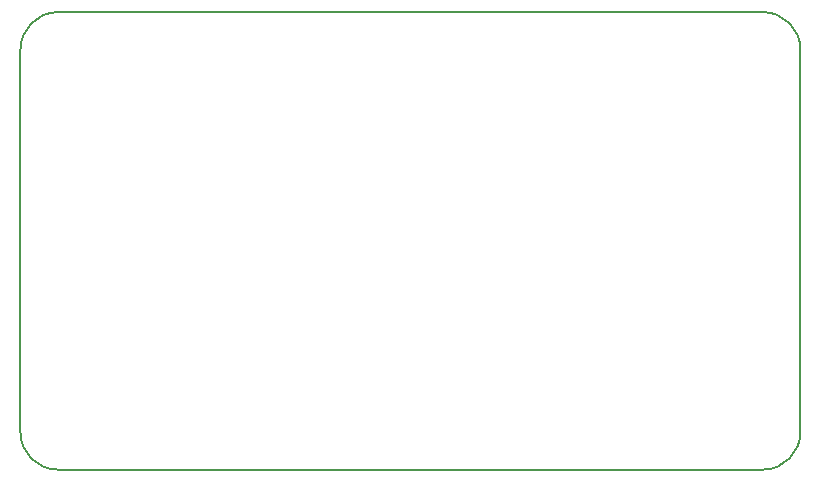
<source format=gm1>
G04 #@! TF.GenerationSoftware,KiCad,Pcbnew,5.0.2+dfsg1-1*
G04 #@! TF.CreationDate,2022-05-27T08:30:11+09:00*
G04 #@! TF.ProjectId,car-fuse-box,6361722d-6675-4736-952d-626f782e6b69,rev?*
G04 #@! TF.SameCoordinates,Original*
G04 #@! TF.FileFunction,Profile,NP*
%FSLAX46Y46*%
G04 Gerber Fmt 4.6, Leading zero omitted, Abs format (unit mm)*
G04 Created by KiCad (PCBNEW 5.0.2+dfsg1-1) date Fri 27 May 2022 08:30:11 AM JST*
%MOMM*%
%LPD*%
G01*
G04 APERTURE LIST*
%ADD10C,0.150000*%
G04 APERTURE END LIST*
D10*
X85725000Y-52705000D02*
X85725000Y-85090000D01*
X148590000Y-49530000D02*
X88900000Y-49530000D01*
X151765000Y-85090000D02*
X151765000Y-52705000D01*
X88900000Y-88265000D02*
X148590000Y-88265000D01*
X85725000Y-52705000D02*
G75*
G02X88900000Y-49530000I3175000J0D01*
G01*
X88900000Y-88265000D02*
G75*
G02X85725000Y-85090000I0J3175000D01*
G01*
X151765000Y-85090000D02*
G75*
G02X148590000Y-88265000I-3175000J0D01*
G01*
X148590000Y-49530000D02*
G75*
G02X151765000Y-52705000I0J-3175000D01*
G01*
M02*

</source>
